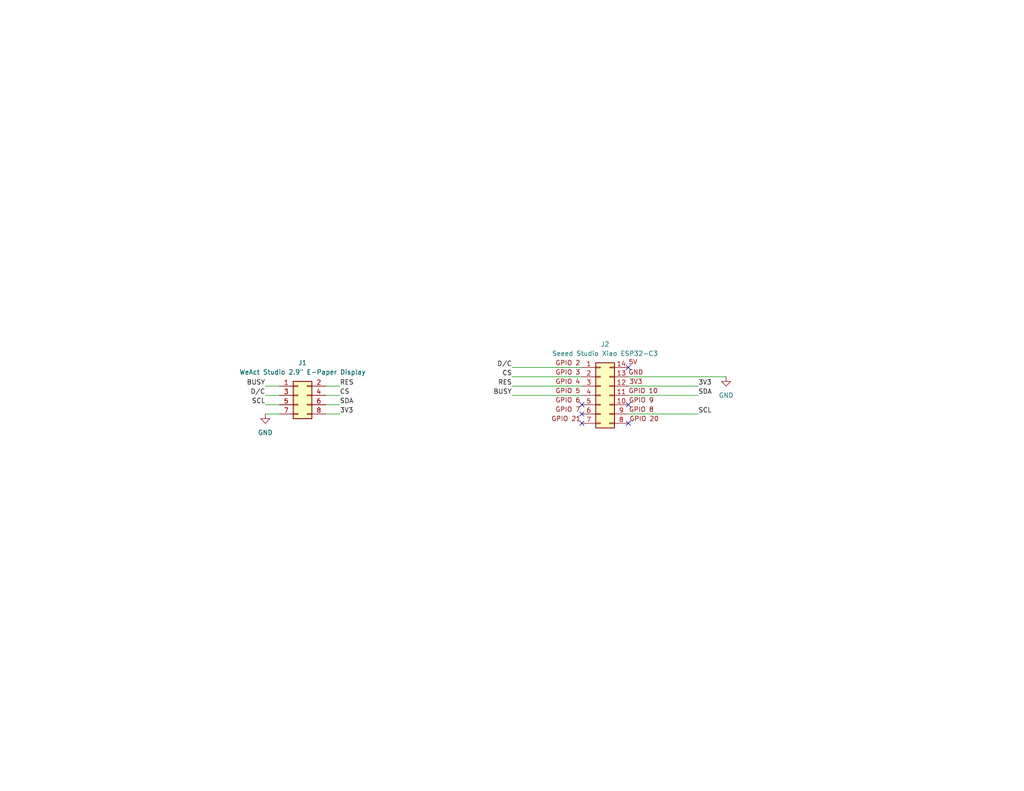
<source format=kicad_sch>
(kicad_sch (version 20250114) (generator "eeschema") (generator_version "9.0")
  (paper "USLetter")
  (title_block (title "MEM_C0RE") (date "2026-02-18") (rev "vFEB 2026") (comment 1 "Design for JLCPCB 1-2 Layer Service") (comment 3 "Collaborators: Preston Clayton, Cainan Enneking, Julian Montano, Kenric Tee") (comment 4 "Author: Surendra Jammishetti"))
  (lib_symbols
    (symbol "Connector_Generic:Conn_02x04_Odd_Even" (pin_names (offset 1.016) (hide yes))
      (property "Reference" "J" (at 1.27 5.08 0))
      (property "Value" "Conn_02x04_Odd_Even" (at 1.27 -7.62 0))
      (symbol "Conn_02x04_Odd_Even_1_1"
        (rectangle (start -1.27 3.81) (end 3.81 -6.35) (stroke (width 0.254)) (fill (type background)))
        (rectangle (start -1.27 2.667) (end 0 2.413) (stroke (width 0.1524)))
        (rectangle (start -1.27 0.127) (end 0 -0.127) (stroke (width 0.1524)))
        (rectangle (start -1.27 -2.413) (end 0 -2.667) (stroke (width 0.1524)))
        (rectangle (start -1.27 -4.953) (end 0 -5.207) (stroke (width 0.1524)))
        (rectangle (start 3.81 2.667) (end 2.54 2.413) (stroke (width 0.1524)))
        (rectangle (start 3.81 0.127) (end 2.54 -0.127) (stroke (width 0.1524)))
        (rectangle (start 3.81 -2.413) (end 2.54 -2.667) (stroke (width 0.1524)))
        (rectangle (start 3.81 -4.953) (end 2.54 -5.207) (stroke (width 0.1524)))
        (pin passive line (at -5.08 2.54 0) (length 3.81) (name "Pin_1") (number "1"))
        (pin passive line (at -5.08 0 0) (length 3.81) (name "Pin_3") (number "3"))
        (pin passive line (at -5.08 -2.54 0) (length 3.81) (name "Pin_5") (number "5"))
        (pin passive line (at -5.08 -5.08 0) (length 3.81) (name "Pin_7") (number "7"))
        (pin passive line (at 7.62 2.54 180) (length 3.81) (name "Pin_2") (number "2"))
        (pin passive line (at 7.62 0 180) (length 3.81) (name "Pin_4") (number "4"))
        (pin passive line (at 7.62 -2.54 180) (length 3.81) (name "Pin_6") (number "6"))
        (pin passive line (at 7.62 -5.08 180) (length 3.81) (name "Pin_8") (number "8"))
      )
    )
    (symbol "Connector_Generic:Conn_02x07_Counter_Clockwise" (pin_names (offset 1.016) (hide yes))
      (property "Reference" "J2" (at 1.27 13.97 0))
      (property "Value" "Seeed Studio Xiao ESP32-C3" (at 1.27 11.43 0))
      (symbol "Conn_02x07_Counter_Clockwise_1_1"
        (rectangle (start -1.27 8.89) (end 3.81 -8.89) (stroke (width 0.254)) (fill (type background)))
        (rectangle (start -1.27 7.747) (end 0 7.493) (stroke (width 0.1524)))
        (rectangle (start -1.27 5.207) (end 0 4.953) (stroke (width 0.1524)))
        (rectangle (start -1.27 2.667) (end 0 2.413) (stroke (width 0.1524)))
        (rectangle (start -1.27 0.127) (end 0 -0.127) (stroke (width 0.1524)))
        (rectangle (start -1.27 -2.413) (end 0 -2.667) (stroke (width 0.1524)))
        (rectangle (start -1.27 -4.953) (end 0 -5.207) (stroke (width 0.1524)))
        (rectangle (start -1.27 -7.493) (end 0 -7.747) (stroke (width 0.1524)))
        (rectangle (start 3.81 7.747) (end 2.54 7.493) (stroke (width 0.1524)))
        (rectangle (start 3.81 5.207) (end 2.54 4.953) (stroke (width 0.1524)))
        (rectangle (start 3.81 2.667) (end 2.54 2.413) (stroke (width 0.1524)))
        (rectangle (start 3.81 0.127) (end 2.54 -0.127) (stroke (width 0.1524)))
        (rectangle (start 3.81 -2.413) (end 2.54 -2.667) (stroke (width 0.1524)))
        (rectangle (start 3.81 -4.953) (end 2.54 -5.207) (stroke (width 0.1524)))
        (rectangle (start 3.81 -7.493) (end 2.54 -7.747) (stroke (width 0.1524)))
        (text "GPIO 21" (at -9.398 -6.35 0) (effects (font (size 1.27 1.27))))
        (text "GPIO 2" (at -8.89 8.89 0) (effects (font (size 1.27 1.27))))
        (text "GPIO 3" (at -8.89 6.35 0) (effects (font (size 1.27 1.27))))
        (text "GPIO 4" (at -8.89 3.81 0) (effects (font (size 1.27 1.27))))
        (text "GPIO 5" (at -8.89 1.27 0) (effects (font (size 1.27 1.27))))
        (text "GPIO 6" (at -8.89 -1.27 0) (effects (font (size 1.27 1.27))))
        (text "GPIO 7" (at -8.89 -3.81 0) (effects (font (size 1.27 1.27))))
        (text "5V" (at 8.89 9.144 0) (effects (font (size 1.27 1.27))))
        (text "GND" (at 9.652 6.35 0) (effects (font (size 1.27 1.27))))
        (text "3V3" (at 9.652 3.81 0) (effects (font (size 1.27 1.27))))
        (text "GPIO 9" (at 11.176 -1.27 0) (effects (font (size 1.27 1.27))))
        (text "GPIO 8" (at 11.176 -3.81 0) (effects (font (size 1.27 1.27))))
        (text "GPIO 10" (at 11.684 1.27 0) (effects (font (size 1.27 1.27))))
        (text "GPIO 20" (at 11.938 -6.35 0) (effects (font (size 1.27 1.27))))
        (pin passive line (at -5.08 7.62 0) (length 3.81) (name "GPIO2") (number "1"))
        (pin passive line (at -5.08 5.08 0) (length 3.81) (name "Pin_2") (number "2"))
        (pin passive line (at -5.08 2.54 0) (length 3.81) (name "Pin_3") (number "3"))
        (pin passive line (at -5.08 0 0) (length 3.81) (name "Pin_4") (number "4"))
        (pin passive line (at -5.08 -2.54 0) (length 3.81) (name "Pin_5") (number "5"))
        (pin passive line (at -5.08 -5.08 0) (length 3.81) (name "Pin_6") (number "6"))
        (pin passive line (at -5.08 -7.62 0) (length 3.81) (name "Pin_7") (number "7"))
        (pin passive line (at 7.62 7.62 180) (length 3.81) (name "Pin_14") (number "14"))
        (pin passive line (at 7.62 5.08 180) (length 3.81) (name "Pin_13") (number "13"))
        (pin passive line (at 7.62 2.54 180) (length 3.81) (name "Pin_12") (number "12"))
        (pin passive line (at 7.62 0 180) (length 3.81) (name "Pin_11") (number "11"))
        (pin passive line (at 7.62 -2.54 180) (length 3.81) (name "Pin_10") (number "10"))
        (pin passive line (at 7.62 -5.08 180) (length 3.81) (name "Pin_9") (number "9"))
        (pin passive line (at 7.62 -7.62 180) (length 3.81) (name "Pin_8") (number "8"))
      )
    )
    (symbol "power:GND" (power) (pin_numbers (hide yes)) (pin_names (offset 0) (hide yes))
      (property "Value" "GND" (at 0 -3.81 0))
      (symbol "GND_0_1"
        (polyline (pts (xy 0 0) (xy 0 -1.27) (xy 1.27 -1.27) (xy 0 -2.54) (xy -1.27 -1.27) (xy 0 -1.27)))
      )
      (symbol "GND_1_1"
        (pin power_in line (at 0 0 270) (length 0) (name "~") (number "1"))
      )
    )
  )
  (no_connect (at 158.75 110.49))
  (no_connect (at 171.45 115.57))
  (no_connect (at 158.75 113.03))
  (no_connect (at 171.45 100.33))
  (no_connect (at 158.75 115.57))
  (no_connect (at 171.45 110.49))
  (wire (pts (xy 72.39 110.49) (xy 76.2 110.49)))
  (wire (pts (xy 171.45 113.03) (xy 190.5 113.03)))
  (wire (pts (xy 139.7 100.33) (xy 158.75 100.33)))
  (wire (pts (xy 139.7 102.87) (xy 158.75 102.87)))
  (wire (pts (xy 171.45 102.87) (xy 198.12 102.87)))
  (wire (pts (xy 88.9 110.49) (xy 92.71 110.49)))
  (wire (pts (xy 88.9 105.41) (xy 92.71 105.41)))
  (wire (pts (xy 171.45 107.95) (xy 190.5 107.95)))
  (wire (pts (xy 72.39 113.03) (xy 76.2 113.03)))
  (wire (pts (xy 139.7 105.41) (xy 158.75 105.41)))
  (wire (pts (xy 139.7 107.95) (xy 158.75 107.95)))
  (wire (pts (xy 88.9 107.95) (xy 92.71 107.95)))
  (wire (pts (xy 88.9 113.03) (xy 92.71 113.03)))
  (wire (pts (xy 72.39 105.41) (xy 76.2 105.41)))
  (wire (pts (xy 171.45 105.41) (xy 190.5 105.41)))
  (wire (pts (xy 72.39 107.95) (xy 76.2 107.95)))
  (label "SDA" (at 92.71 110.49 0))
  (label "RES" (at 139.7 105.41 180))
  (label "BUSY" (at 139.7 107.95 180))
  (label "3V3" (at 190.5 105.41 0))
  (label "D{slash}C" (at 139.7 100.33 180))
  (label "3V3" (at 92.71 113.03 0))
  (label "SCL" (at 72.39 110.49 180))
  (label "SCL" (at 190.5 113.03 0))
  (label "CS" (at 139.7 102.87 180))
  (label "BUSY" (at 72.39 105.41 180))
  (label "RES" (at 92.71 105.41 0))
  (label "CS" (at 92.71 107.95 0))
  (label "SDA" (at 190.5 107.95 0))
  (label "D{slash}C" (at 72.39 107.95 180))
  (symbol (lib_id "power:GND") (at 198.12 102.87 0) (unit 1)
    (property "Reference" "#PWR02" (effects (hide yes)))
    (property "Value" "GND" (at 198.12 107.95 0))
    (property "Description" "Power symbol creates a global label with name \"GND\" , ground" (effects (hide yes)))
  )
  (symbol (lib_id "Connector_Generic:Conn_02x07_Counter_Clockwise") (at 163.83 107.95 0) (unit 1)
    (property "Reference" "J2" (at 165.1 93.98 0))
    (property "Value" "Seeed Studio Xiao ESP32-C3" (at 165.1 96.52 0))
    (property "Footprint" "Seeed Studio XIAO Series Library:XIAO-ESP32C3-DIP" (effects (hide yes)))
    (property "Description" "Generic connector, double row, 02x07, counter clockwise pin numbering scheme (similar to DIP package numbering), script generated (kicad-library-utils/schlib/autogen/connector/)" (effects (hide yes)))
  )
  (symbol (lib_id "Connector_Generic:Conn_02x04_Odd_Even") (at 81.28 107.95 0) (unit 1)
    (property "Reference" "J1" (at 82.55 99.06 0))
    (property "Value" "WeAct Studio 2.9{dblquote} E-Paper Display" (at 82.55 101.6 0))
    (property "Footprint" "Connector_PinHeader_2.54mm:PinHeader_2x04_P2.54mm_Vertical" (effects (hide yes)))
    (property "Description" "Generic connector, double row, 02x04, odd/even pin numbering scheme (row 1 odd numbers, row 2 even numbers), script generated (kicad-library-utils/schlib/autogen/connector/)" (effects (hide yes)))
  )
  (symbol (lib_id "power:GND") (at 72.39 113.03 0) (unit 1)
    (property "Reference" "#PWR01" (effects (hide yes)))
    (property "Value" "GND" (at 72.39 118.11 0))
    (property "Description" "Power symbol creates a global label with name \"GND\" , ground" (effects (hide yes)))
  )
)
</source>
